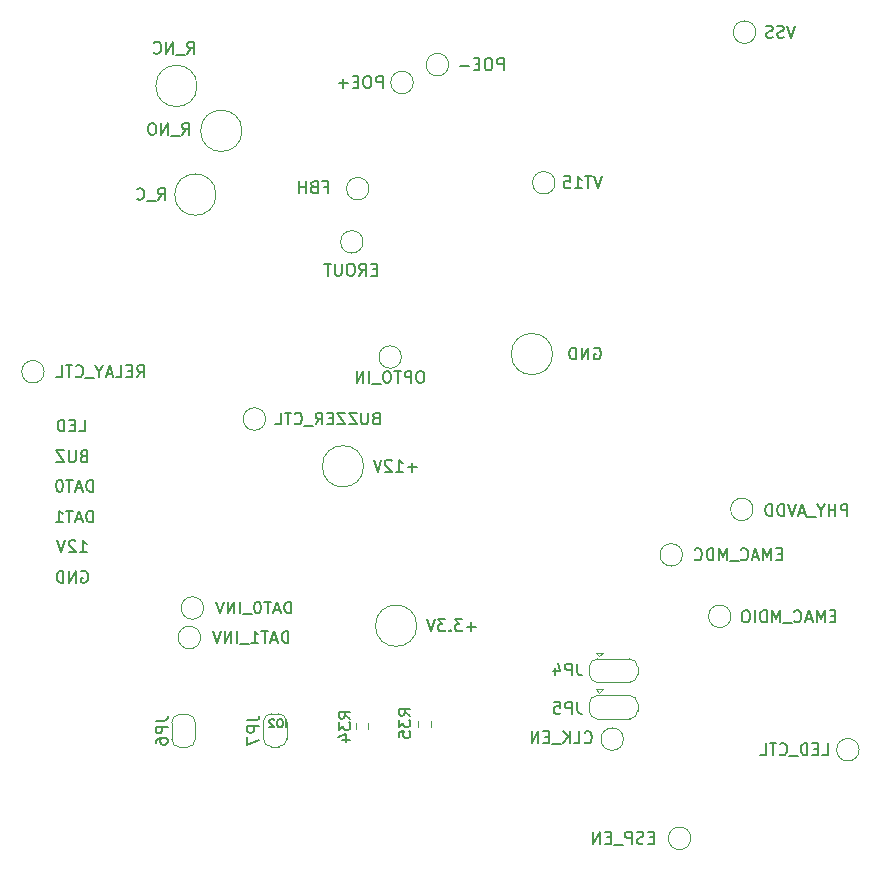
<source format=gbr>
%TF.GenerationSoftware,KiCad,Pcbnew,9.0.2*%
%TF.CreationDate,2025-06-24T15:52:54+02:00*%
%TF.ProjectId,Zamkonator,5a616d6b-6f6e-4617-946f-722e6b696361,rev?*%
%TF.SameCoordinates,Original*%
%TF.FileFunction,Legend,Bot*%
%TF.FilePolarity,Positive*%
%FSLAX46Y46*%
G04 Gerber Fmt 4.6, Leading zero omitted, Abs format (unit mm)*
G04 Created by KiCad (PCBNEW 9.0.2) date 2025-06-24 15:52:54*
%MOMM*%
%LPD*%
G01*
G04 APERTURE LIST*
%ADD10C,0.150000*%
%ADD11C,0.120000*%
G04 APERTURE END LIST*
D10*
X7219047Y-46254819D02*
X7790475Y-46254819D01*
X7504761Y-46254819D02*
X7504761Y-45254819D01*
X7504761Y-45254819D02*
X7599999Y-45397676D01*
X7599999Y-45397676D02*
X7695237Y-45492914D01*
X7695237Y-45492914D02*
X7790475Y-45540533D01*
X6838094Y-45350057D02*
X6790475Y-45302438D01*
X6790475Y-45302438D02*
X6695237Y-45254819D01*
X6695237Y-45254819D02*
X6457142Y-45254819D01*
X6457142Y-45254819D02*
X6361904Y-45302438D01*
X6361904Y-45302438D02*
X6314285Y-45350057D01*
X6314285Y-45350057D02*
X6266666Y-45445295D01*
X6266666Y-45445295D02*
X6266666Y-45540533D01*
X6266666Y-45540533D02*
X6314285Y-45683390D01*
X6314285Y-45683390D02*
X6885713Y-46254819D01*
X6885713Y-46254819D02*
X6266666Y-46254819D01*
X5980951Y-45254819D02*
X5647618Y-46254819D01*
X5647618Y-46254819D02*
X5314285Y-45254819D01*
X24699999Y-61116033D02*
X24699999Y-60416033D01*
X24233333Y-60416033D02*
X24099999Y-60416033D01*
X24099999Y-60416033D02*
X24033333Y-60449366D01*
X24033333Y-60449366D02*
X23966666Y-60516033D01*
X23966666Y-60516033D02*
X23933333Y-60649366D01*
X23933333Y-60649366D02*
X23933333Y-60882700D01*
X23933333Y-60882700D02*
X23966666Y-61016033D01*
X23966666Y-61016033D02*
X24033333Y-61082700D01*
X24033333Y-61082700D02*
X24099999Y-61116033D01*
X24099999Y-61116033D02*
X24233333Y-61116033D01*
X24233333Y-61116033D02*
X24299999Y-61082700D01*
X24299999Y-61082700D02*
X24366666Y-61016033D01*
X24366666Y-61016033D02*
X24399999Y-60882700D01*
X24399999Y-60882700D02*
X24399999Y-60649366D01*
X24399999Y-60649366D02*
X24366666Y-60516033D01*
X24366666Y-60516033D02*
X24299999Y-60449366D01*
X24299999Y-60449366D02*
X24233333Y-60416033D01*
X23666666Y-60482700D02*
X23633333Y-60449366D01*
X23633333Y-60449366D02*
X23566666Y-60416033D01*
X23566666Y-60416033D02*
X23400000Y-60416033D01*
X23400000Y-60416033D02*
X23333333Y-60449366D01*
X23333333Y-60449366D02*
X23300000Y-60482700D01*
X23300000Y-60482700D02*
X23266666Y-60549366D01*
X23266666Y-60549366D02*
X23266666Y-60616033D01*
X23266666Y-60616033D02*
X23300000Y-60716033D01*
X23300000Y-60716033D02*
X23700000Y-61116033D01*
X23700000Y-61116033D02*
X23266666Y-61116033D01*
X7142857Y-36054819D02*
X7619047Y-36054819D01*
X7619047Y-36054819D02*
X7619047Y-35054819D01*
X6809523Y-35531009D02*
X6476190Y-35531009D01*
X6333333Y-36054819D02*
X6809523Y-36054819D01*
X6809523Y-36054819D02*
X6809523Y-35054819D01*
X6809523Y-35054819D02*
X6333333Y-35054819D01*
X5904761Y-36054819D02*
X5904761Y-35054819D01*
X5904761Y-35054819D02*
X5666666Y-35054819D01*
X5666666Y-35054819D02*
X5523809Y-35102438D01*
X5523809Y-35102438D02*
X5428571Y-35197676D01*
X5428571Y-35197676D02*
X5380952Y-35292914D01*
X5380952Y-35292914D02*
X5333333Y-35483390D01*
X5333333Y-35483390D02*
X5333333Y-35626247D01*
X5333333Y-35626247D02*
X5380952Y-35816723D01*
X5380952Y-35816723D02*
X5428571Y-35911961D01*
X5428571Y-35911961D02*
X5523809Y-36007200D01*
X5523809Y-36007200D02*
X5666666Y-36054819D01*
X5666666Y-36054819D02*
X5904761Y-36054819D01*
X8347618Y-43754819D02*
X8347618Y-42754819D01*
X8347618Y-42754819D02*
X8109523Y-42754819D01*
X8109523Y-42754819D02*
X7966666Y-42802438D01*
X7966666Y-42802438D02*
X7871428Y-42897676D01*
X7871428Y-42897676D02*
X7823809Y-42992914D01*
X7823809Y-42992914D02*
X7776190Y-43183390D01*
X7776190Y-43183390D02*
X7776190Y-43326247D01*
X7776190Y-43326247D02*
X7823809Y-43516723D01*
X7823809Y-43516723D02*
X7871428Y-43611961D01*
X7871428Y-43611961D02*
X7966666Y-43707200D01*
X7966666Y-43707200D02*
X8109523Y-43754819D01*
X8109523Y-43754819D02*
X8347618Y-43754819D01*
X7395237Y-43469104D02*
X6919047Y-43469104D01*
X7490475Y-43754819D02*
X7157142Y-42754819D01*
X7157142Y-42754819D02*
X6823809Y-43754819D01*
X6633332Y-42754819D02*
X6061904Y-42754819D01*
X6347618Y-43754819D02*
X6347618Y-42754819D01*
X5204761Y-43754819D02*
X5776189Y-43754819D01*
X5490475Y-43754819D02*
X5490475Y-42754819D01*
X5490475Y-42754819D02*
X5585713Y-42897676D01*
X5585713Y-42897676D02*
X5680951Y-42992914D01*
X5680951Y-42992914D02*
X5776189Y-43040533D01*
X7361904Y-47902438D02*
X7457142Y-47854819D01*
X7457142Y-47854819D02*
X7599999Y-47854819D01*
X7599999Y-47854819D02*
X7742856Y-47902438D01*
X7742856Y-47902438D02*
X7838094Y-47997676D01*
X7838094Y-47997676D02*
X7885713Y-48092914D01*
X7885713Y-48092914D02*
X7933332Y-48283390D01*
X7933332Y-48283390D02*
X7933332Y-48426247D01*
X7933332Y-48426247D02*
X7885713Y-48616723D01*
X7885713Y-48616723D02*
X7838094Y-48711961D01*
X7838094Y-48711961D02*
X7742856Y-48807200D01*
X7742856Y-48807200D02*
X7599999Y-48854819D01*
X7599999Y-48854819D02*
X7504761Y-48854819D01*
X7504761Y-48854819D02*
X7361904Y-48807200D01*
X7361904Y-48807200D02*
X7314285Y-48759580D01*
X7314285Y-48759580D02*
X7314285Y-48426247D01*
X7314285Y-48426247D02*
X7504761Y-48426247D01*
X6885713Y-48854819D02*
X6885713Y-47854819D01*
X6885713Y-47854819D02*
X6314285Y-48854819D01*
X6314285Y-48854819D02*
X6314285Y-47854819D01*
X5838094Y-48854819D02*
X5838094Y-47854819D01*
X5838094Y-47854819D02*
X5599999Y-47854819D01*
X5599999Y-47854819D02*
X5457142Y-47902438D01*
X5457142Y-47902438D02*
X5361904Y-47997676D01*
X5361904Y-47997676D02*
X5314285Y-48092914D01*
X5314285Y-48092914D02*
X5266666Y-48283390D01*
X5266666Y-48283390D02*
X5266666Y-48426247D01*
X5266666Y-48426247D02*
X5314285Y-48616723D01*
X5314285Y-48616723D02*
X5361904Y-48711961D01*
X5361904Y-48711961D02*
X5457142Y-48807200D01*
X5457142Y-48807200D02*
X5599999Y-48854819D01*
X5599999Y-48854819D02*
X5838094Y-48854819D01*
X8347618Y-41154819D02*
X8347618Y-40154819D01*
X8347618Y-40154819D02*
X8109523Y-40154819D01*
X8109523Y-40154819D02*
X7966666Y-40202438D01*
X7966666Y-40202438D02*
X7871428Y-40297676D01*
X7871428Y-40297676D02*
X7823809Y-40392914D01*
X7823809Y-40392914D02*
X7776190Y-40583390D01*
X7776190Y-40583390D02*
X7776190Y-40726247D01*
X7776190Y-40726247D02*
X7823809Y-40916723D01*
X7823809Y-40916723D02*
X7871428Y-41011961D01*
X7871428Y-41011961D02*
X7966666Y-41107200D01*
X7966666Y-41107200D02*
X8109523Y-41154819D01*
X8109523Y-41154819D02*
X8347618Y-41154819D01*
X7395237Y-40869104D02*
X6919047Y-40869104D01*
X7490475Y-41154819D02*
X7157142Y-40154819D01*
X7157142Y-40154819D02*
X6823809Y-41154819D01*
X6633332Y-40154819D02*
X6061904Y-40154819D01*
X6347618Y-41154819D02*
X6347618Y-40154819D01*
X5538094Y-40154819D02*
X5442856Y-40154819D01*
X5442856Y-40154819D02*
X5347618Y-40202438D01*
X5347618Y-40202438D02*
X5299999Y-40250057D01*
X5299999Y-40250057D02*
X5252380Y-40345295D01*
X5252380Y-40345295D02*
X5204761Y-40535771D01*
X5204761Y-40535771D02*
X5204761Y-40773866D01*
X5204761Y-40773866D02*
X5252380Y-40964342D01*
X5252380Y-40964342D02*
X5299999Y-41059580D01*
X5299999Y-41059580D02*
X5347618Y-41107200D01*
X5347618Y-41107200D02*
X5442856Y-41154819D01*
X5442856Y-41154819D02*
X5538094Y-41154819D01*
X5538094Y-41154819D02*
X5633332Y-41107200D01*
X5633332Y-41107200D02*
X5680951Y-41059580D01*
X5680951Y-41059580D02*
X5728570Y-40964342D01*
X5728570Y-40964342D02*
X5776189Y-40773866D01*
X5776189Y-40773866D02*
X5776189Y-40535771D01*
X5776189Y-40535771D02*
X5728570Y-40345295D01*
X5728570Y-40345295D02*
X5680951Y-40250057D01*
X5680951Y-40250057D02*
X5633332Y-40202438D01*
X5633332Y-40202438D02*
X5538094Y-40154819D01*
X7528571Y-38131009D02*
X7385714Y-38178628D01*
X7385714Y-38178628D02*
X7338095Y-38226247D01*
X7338095Y-38226247D02*
X7290476Y-38321485D01*
X7290476Y-38321485D02*
X7290476Y-38464342D01*
X7290476Y-38464342D02*
X7338095Y-38559580D01*
X7338095Y-38559580D02*
X7385714Y-38607200D01*
X7385714Y-38607200D02*
X7480952Y-38654819D01*
X7480952Y-38654819D02*
X7861904Y-38654819D01*
X7861904Y-38654819D02*
X7861904Y-37654819D01*
X7861904Y-37654819D02*
X7528571Y-37654819D01*
X7528571Y-37654819D02*
X7433333Y-37702438D01*
X7433333Y-37702438D02*
X7385714Y-37750057D01*
X7385714Y-37750057D02*
X7338095Y-37845295D01*
X7338095Y-37845295D02*
X7338095Y-37940533D01*
X7338095Y-37940533D02*
X7385714Y-38035771D01*
X7385714Y-38035771D02*
X7433333Y-38083390D01*
X7433333Y-38083390D02*
X7528571Y-38131009D01*
X7528571Y-38131009D02*
X7861904Y-38131009D01*
X6861904Y-37654819D02*
X6861904Y-38464342D01*
X6861904Y-38464342D02*
X6814285Y-38559580D01*
X6814285Y-38559580D02*
X6766666Y-38607200D01*
X6766666Y-38607200D02*
X6671428Y-38654819D01*
X6671428Y-38654819D02*
X6480952Y-38654819D01*
X6480952Y-38654819D02*
X6385714Y-38607200D01*
X6385714Y-38607200D02*
X6338095Y-38559580D01*
X6338095Y-38559580D02*
X6290476Y-38464342D01*
X6290476Y-38464342D02*
X6290476Y-37654819D01*
X5909523Y-37654819D02*
X5242857Y-37654819D01*
X5242857Y-37654819D02*
X5909523Y-38654819D01*
X5909523Y-38654819D02*
X5242857Y-38654819D01*
X32342856Y-22331009D02*
X32009523Y-22331009D01*
X31866666Y-22854819D02*
X32342856Y-22854819D01*
X32342856Y-22854819D02*
X32342856Y-21854819D01*
X32342856Y-21854819D02*
X31866666Y-21854819D01*
X30866666Y-22854819D02*
X31199999Y-22378628D01*
X31438094Y-22854819D02*
X31438094Y-21854819D01*
X31438094Y-21854819D02*
X31057142Y-21854819D01*
X31057142Y-21854819D02*
X30961904Y-21902438D01*
X30961904Y-21902438D02*
X30914285Y-21950057D01*
X30914285Y-21950057D02*
X30866666Y-22045295D01*
X30866666Y-22045295D02*
X30866666Y-22188152D01*
X30866666Y-22188152D02*
X30914285Y-22283390D01*
X30914285Y-22283390D02*
X30961904Y-22331009D01*
X30961904Y-22331009D02*
X31057142Y-22378628D01*
X31057142Y-22378628D02*
X31438094Y-22378628D01*
X30247618Y-21854819D02*
X30057142Y-21854819D01*
X30057142Y-21854819D02*
X29961904Y-21902438D01*
X29961904Y-21902438D02*
X29866666Y-21997676D01*
X29866666Y-21997676D02*
X29819047Y-22188152D01*
X29819047Y-22188152D02*
X29819047Y-22521485D01*
X29819047Y-22521485D02*
X29866666Y-22711961D01*
X29866666Y-22711961D02*
X29961904Y-22807200D01*
X29961904Y-22807200D02*
X30057142Y-22854819D01*
X30057142Y-22854819D02*
X30247618Y-22854819D01*
X30247618Y-22854819D02*
X30342856Y-22807200D01*
X30342856Y-22807200D02*
X30438094Y-22711961D01*
X30438094Y-22711961D02*
X30485713Y-22521485D01*
X30485713Y-22521485D02*
X30485713Y-22188152D01*
X30485713Y-22188152D02*
X30438094Y-21997676D01*
X30438094Y-21997676D02*
X30342856Y-21902438D01*
X30342856Y-21902438D02*
X30247618Y-21854819D01*
X29390475Y-21854819D02*
X29390475Y-22664342D01*
X29390475Y-22664342D02*
X29342856Y-22759580D01*
X29342856Y-22759580D02*
X29295237Y-22807200D01*
X29295237Y-22807200D02*
X29199999Y-22854819D01*
X29199999Y-22854819D02*
X29009523Y-22854819D01*
X29009523Y-22854819D02*
X28914285Y-22807200D01*
X28914285Y-22807200D02*
X28866666Y-22759580D01*
X28866666Y-22759580D02*
X28819047Y-22664342D01*
X28819047Y-22664342D02*
X28819047Y-21854819D01*
X28485713Y-21854819D02*
X27914285Y-21854819D01*
X28199999Y-22854819D02*
X28199999Y-21854819D01*
X30124819Y-60357142D02*
X29648628Y-60023809D01*
X30124819Y-59785714D02*
X29124819Y-59785714D01*
X29124819Y-59785714D02*
X29124819Y-60166666D01*
X29124819Y-60166666D02*
X29172438Y-60261904D01*
X29172438Y-60261904D02*
X29220057Y-60309523D01*
X29220057Y-60309523D02*
X29315295Y-60357142D01*
X29315295Y-60357142D02*
X29458152Y-60357142D01*
X29458152Y-60357142D02*
X29553390Y-60309523D01*
X29553390Y-60309523D02*
X29601009Y-60261904D01*
X29601009Y-60261904D02*
X29648628Y-60166666D01*
X29648628Y-60166666D02*
X29648628Y-59785714D01*
X29124819Y-60690476D02*
X29124819Y-61309523D01*
X29124819Y-61309523D02*
X29505771Y-60976190D01*
X29505771Y-60976190D02*
X29505771Y-61119047D01*
X29505771Y-61119047D02*
X29553390Y-61214285D01*
X29553390Y-61214285D02*
X29601009Y-61261904D01*
X29601009Y-61261904D02*
X29696247Y-61309523D01*
X29696247Y-61309523D02*
X29934342Y-61309523D01*
X29934342Y-61309523D02*
X30029580Y-61261904D01*
X30029580Y-61261904D02*
X30077200Y-61214285D01*
X30077200Y-61214285D02*
X30124819Y-61119047D01*
X30124819Y-61119047D02*
X30124819Y-60833333D01*
X30124819Y-60833333D02*
X30077200Y-60738095D01*
X30077200Y-60738095D02*
X30029580Y-60690476D01*
X29458152Y-62166666D02*
X30124819Y-62166666D01*
X29077200Y-61928571D02*
X29791485Y-61690476D01*
X29791485Y-61690476D02*
X29791485Y-62309523D01*
X72202380Y-43204819D02*
X72202380Y-42204819D01*
X72202380Y-42204819D02*
X71821428Y-42204819D01*
X71821428Y-42204819D02*
X71726190Y-42252438D01*
X71726190Y-42252438D02*
X71678571Y-42300057D01*
X71678571Y-42300057D02*
X71630952Y-42395295D01*
X71630952Y-42395295D02*
X71630952Y-42538152D01*
X71630952Y-42538152D02*
X71678571Y-42633390D01*
X71678571Y-42633390D02*
X71726190Y-42681009D01*
X71726190Y-42681009D02*
X71821428Y-42728628D01*
X71821428Y-42728628D02*
X72202380Y-42728628D01*
X71202380Y-43204819D02*
X71202380Y-42204819D01*
X71202380Y-42681009D02*
X70630952Y-42681009D01*
X70630952Y-43204819D02*
X70630952Y-42204819D01*
X69964285Y-42728628D02*
X69964285Y-43204819D01*
X70297618Y-42204819D02*
X69964285Y-42728628D01*
X69964285Y-42728628D02*
X69630952Y-42204819D01*
X69535714Y-43300057D02*
X68773809Y-43300057D01*
X68583332Y-42919104D02*
X68107142Y-42919104D01*
X68678570Y-43204819D02*
X68345237Y-42204819D01*
X68345237Y-42204819D02*
X68011904Y-43204819D01*
X67821427Y-42204819D02*
X67488094Y-43204819D01*
X67488094Y-43204819D02*
X67154761Y-42204819D01*
X66821427Y-43204819D02*
X66821427Y-42204819D01*
X66821427Y-42204819D02*
X66583332Y-42204819D01*
X66583332Y-42204819D02*
X66440475Y-42252438D01*
X66440475Y-42252438D02*
X66345237Y-42347676D01*
X66345237Y-42347676D02*
X66297618Y-42442914D01*
X66297618Y-42442914D02*
X66249999Y-42633390D01*
X66249999Y-42633390D02*
X66249999Y-42776247D01*
X66249999Y-42776247D02*
X66297618Y-42966723D01*
X66297618Y-42966723D02*
X66345237Y-43061961D01*
X66345237Y-43061961D02*
X66440475Y-43157200D01*
X66440475Y-43157200D02*
X66583332Y-43204819D01*
X66583332Y-43204819D02*
X66821427Y-43204819D01*
X65821427Y-43204819D02*
X65821427Y-42204819D01*
X65821427Y-42204819D02*
X65583332Y-42204819D01*
X65583332Y-42204819D02*
X65440475Y-42252438D01*
X65440475Y-42252438D02*
X65345237Y-42347676D01*
X65345237Y-42347676D02*
X65297618Y-42442914D01*
X65297618Y-42442914D02*
X65249999Y-42633390D01*
X65249999Y-42633390D02*
X65249999Y-42776247D01*
X65249999Y-42776247D02*
X65297618Y-42966723D01*
X65297618Y-42966723D02*
X65345237Y-43061961D01*
X65345237Y-43061961D02*
X65440475Y-43157200D01*
X65440475Y-43157200D02*
X65583332Y-43204819D01*
X65583332Y-43204819D02*
X65821427Y-43204819D01*
X43107142Y-5454819D02*
X43107142Y-4454819D01*
X43107142Y-4454819D02*
X42726190Y-4454819D01*
X42726190Y-4454819D02*
X42630952Y-4502438D01*
X42630952Y-4502438D02*
X42583333Y-4550057D01*
X42583333Y-4550057D02*
X42535714Y-4645295D01*
X42535714Y-4645295D02*
X42535714Y-4788152D01*
X42535714Y-4788152D02*
X42583333Y-4883390D01*
X42583333Y-4883390D02*
X42630952Y-4931009D01*
X42630952Y-4931009D02*
X42726190Y-4978628D01*
X42726190Y-4978628D02*
X43107142Y-4978628D01*
X41916666Y-4454819D02*
X41726190Y-4454819D01*
X41726190Y-4454819D02*
X41630952Y-4502438D01*
X41630952Y-4502438D02*
X41535714Y-4597676D01*
X41535714Y-4597676D02*
X41488095Y-4788152D01*
X41488095Y-4788152D02*
X41488095Y-5121485D01*
X41488095Y-5121485D02*
X41535714Y-5311961D01*
X41535714Y-5311961D02*
X41630952Y-5407200D01*
X41630952Y-5407200D02*
X41726190Y-5454819D01*
X41726190Y-5454819D02*
X41916666Y-5454819D01*
X41916666Y-5454819D02*
X42011904Y-5407200D01*
X42011904Y-5407200D02*
X42107142Y-5311961D01*
X42107142Y-5311961D02*
X42154761Y-5121485D01*
X42154761Y-5121485D02*
X42154761Y-4788152D01*
X42154761Y-4788152D02*
X42107142Y-4597676D01*
X42107142Y-4597676D02*
X42011904Y-4502438D01*
X42011904Y-4502438D02*
X41916666Y-4454819D01*
X41059523Y-4931009D02*
X40726190Y-4931009D01*
X40583333Y-5454819D02*
X41059523Y-5454819D01*
X41059523Y-5454819D02*
X41059523Y-4454819D01*
X41059523Y-4454819D02*
X40583333Y-4454819D01*
X40154761Y-5073866D02*
X39392857Y-5073866D01*
X32273809Y-34931009D02*
X32130952Y-34978628D01*
X32130952Y-34978628D02*
X32083333Y-35026247D01*
X32083333Y-35026247D02*
X32035714Y-35121485D01*
X32035714Y-35121485D02*
X32035714Y-35264342D01*
X32035714Y-35264342D02*
X32083333Y-35359580D01*
X32083333Y-35359580D02*
X32130952Y-35407200D01*
X32130952Y-35407200D02*
X32226190Y-35454819D01*
X32226190Y-35454819D02*
X32607142Y-35454819D01*
X32607142Y-35454819D02*
X32607142Y-34454819D01*
X32607142Y-34454819D02*
X32273809Y-34454819D01*
X32273809Y-34454819D02*
X32178571Y-34502438D01*
X32178571Y-34502438D02*
X32130952Y-34550057D01*
X32130952Y-34550057D02*
X32083333Y-34645295D01*
X32083333Y-34645295D02*
X32083333Y-34740533D01*
X32083333Y-34740533D02*
X32130952Y-34835771D01*
X32130952Y-34835771D02*
X32178571Y-34883390D01*
X32178571Y-34883390D02*
X32273809Y-34931009D01*
X32273809Y-34931009D02*
X32607142Y-34931009D01*
X31607142Y-34454819D02*
X31607142Y-35264342D01*
X31607142Y-35264342D02*
X31559523Y-35359580D01*
X31559523Y-35359580D02*
X31511904Y-35407200D01*
X31511904Y-35407200D02*
X31416666Y-35454819D01*
X31416666Y-35454819D02*
X31226190Y-35454819D01*
X31226190Y-35454819D02*
X31130952Y-35407200D01*
X31130952Y-35407200D02*
X31083333Y-35359580D01*
X31083333Y-35359580D02*
X31035714Y-35264342D01*
X31035714Y-35264342D02*
X31035714Y-34454819D01*
X30654761Y-34454819D02*
X29988095Y-34454819D01*
X29988095Y-34454819D02*
X30654761Y-35454819D01*
X30654761Y-35454819D02*
X29988095Y-35454819D01*
X29702380Y-34454819D02*
X29035714Y-34454819D01*
X29035714Y-34454819D02*
X29702380Y-35454819D01*
X29702380Y-35454819D02*
X29035714Y-35454819D01*
X28654761Y-34931009D02*
X28321428Y-34931009D01*
X28178571Y-35454819D02*
X28654761Y-35454819D01*
X28654761Y-35454819D02*
X28654761Y-34454819D01*
X28654761Y-34454819D02*
X28178571Y-34454819D01*
X27178571Y-35454819D02*
X27511904Y-34978628D01*
X27749999Y-35454819D02*
X27749999Y-34454819D01*
X27749999Y-34454819D02*
X27369047Y-34454819D01*
X27369047Y-34454819D02*
X27273809Y-34502438D01*
X27273809Y-34502438D02*
X27226190Y-34550057D01*
X27226190Y-34550057D02*
X27178571Y-34645295D01*
X27178571Y-34645295D02*
X27178571Y-34788152D01*
X27178571Y-34788152D02*
X27226190Y-34883390D01*
X27226190Y-34883390D02*
X27273809Y-34931009D01*
X27273809Y-34931009D02*
X27369047Y-34978628D01*
X27369047Y-34978628D02*
X27749999Y-34978628D01*
X26988095Y-35550057D02*
X26226190Y-35550057D01*
X25416666Y-35359580D02*
X25464285Y-35407200D01*
X25464285Y-35407200D02*
X25607142Y-35454819D01*
X25607142Y-35454819D02*
X25702380Y-35454819D01*
X25702380Y-35454819D02*
X25845237Y-35407200D01*
X25845237Y-35407200D02*
X25940475Y-35311961D01*
X25940475Y-35311961D02*
X25988094Y-35216723D01*
X25988094Y-35216723D02*
X26035713Y-35026247D01*
X26035713Y-35026247D02*
X26035713Y-34883390D01*
X26035713Y-34883390D02*
X25988094Y-34692914D01*
X25988094Y-34692914D02*
X25940475Y-34597676D01*
X25940475Y-34597676D02*
X25845237Y-34502438D01*
X25845237Y-34502438D02*
X25702380Y-34454819D01*
X25702380Y-34454819D02*
X25607142Y-34454819D01*
X25607142Y-34454819D02*
X25464285Y-34502438D01*
X25464285Y-34502438D02*
X25416666Y-34550057D01*
X25130951Y-34454819D02*
X24559523Y-34454819D01*
X24845237Y-35454819D02*
X24845237Y-34454819D01*
X23749999Y-35454819D02*
X24226189Y-35454819D01*
X24226189Y-35454819D02*
X24226189Y-34454819D01*
X16295238Y-4054819D02*
X16628571Y-3578628D01*
X16866666Y-4054819D02*
X16866666Y-3054819D01*
X16866666Y-3054819D02*
X16485714Y-3054819D01*
X16485714Y-3054819D02*
X16390476Y-3102438D01*
X16390476Y-3102438D02*
X16342857Y-3150057D01*
X16342857Y-3150057D02*
X16295238Y-3245295D01*
X16295238Y-3245295D02*
X16295238Y-3388152D01*
X16295238Y-3388152D02*
X16342857Y-3483390D01*
X16342857Y-3483390D02*
X16390476Y-3531009D01*
X16390476Y-3531009D02*
X16485714Y-3578628D01*
X16485714Y-3578628D02*
X16866666Y-3578628D01*
X16104762Y-4150057D02*
X15342857Y-4150057D01*
X15104761Y-4054819D02*
X15104761Y-3054819D01*
X15104761Y-3054819D02*
X14533333Y-4054819D01*
X14533333Y-4054819D02*
X14533333Y-3054819D01*
X13485714Y-3959580D02*
X13533333Y-4007200D01*
X13533333Y-4007200D02*
X13676190Y-4054819D01*
X13676190Y-4054819D02*
X13771428Y-4054819D01*
X13771428Y-4054819D02*
X13914285Y-4007200D01*
X13914285Y-4007200D02*
X14009523Y-3911961D01*
X14009523Y-3911961D02*
X14057142Y-3816723D01*
X14057142Y-3816723D02*
X14104761Y-3626247D01*
X14104761Y-3626247D02*
X14104761Y-3483390D01*
X14104761Y-3483390D02*
X14057142Y-3292914D01*
X14057142Y-3292914D02*
X14009523Y-3197676D01*
X14009523Y-3197676D02*
X13914285Y-3102438D01*
X13914285Y-3102438D02*
X13771428Y-3054819D01*
X13771428Y-3054819D02*
X13676190Y-3054819D01*
X13676190Y-3054819D02*
X13533333Y-3102438D01*
X13533333Y-3102438D02*
X13485714Y-3150057D01*
X32857142Y-6954819D02*
X32857142Y-5954819D01*
X32857142Y-5954819D02*
X32476190Y-5954819D01*
X32476190Y-5954819D02*
X32380952Y-6002438D01*
X32380952Y-6002438D02*
X32333333Y-6050057D01*
X32333333Y-6050057D02*
X32285714Y-6145295D01*
X32285714Y-6145295D02*
X32285714Y-6288152D01*
X32285714Y-6288152D02*
X32333333Y-6383390D01*
X32333333Y-6383390D02*
X32380952Y-6431009D01*
X32380952Y-6431009D02*
X32476190Y-6478628D01*
X32476190Y-6478628D02*
X32857142Y-6478628D01*
X31666666Y-5954819D02*
X31476190Y-5954819D01*
X31476190Y-5954819D02*
X31380952Y-6002438D01*
X31380952Y-6002438D02*
X31285714Y-6097676D01*
X31285714Y-6097676D02*
X31238095Y-6288152D01*
X31238095Y-6288152D02*
X31238095Y-6621485D01*
X31238095Y-6621485D02*
X31285714Y-6811961D01*
X31285714Y-6811961D02*
X31380952Y-6907200D01*
X31380952Y-6907200D02*
X31476190Y-6954819D01*
X31476190Y-6954819D02*
X31666666Y-6954819D01*
X31666666Y-6954819D02*
X31761904Y-6907200D01*
X31761904Y-6907200D02*
X31857142Y-6811961D01*
X31857142Y-6811961D02*
X31904761Y-6621485D01*
X31904761Y-6621485D02*
X31904761Y-6288152D01*
X31904761Y-6288152D02*
X31857142Y-6097676D01*
X31857142Y-6097676D02*
X31761904Y-6002438D01*
X31761904Y-6002438D02*
X31666666Y-5954819D01*
X30809523Y-6431009D02*
X30476190Y-6431009D01*
X30333333Y-6954819D02*
X30809523Y-6954819D01*
X30809523Y-6954819D02*
X30809523Y-5954819D01*
X30809523Y-5954819D02*
X30333333Y-5954819D01*
X29904761Y-6573866D02*
X29142857Y-6573866D01*
X29523809Y-6954819D02*
X29523809Y-6192914D01*
X15869047Y-10954819D02*
X16202380Y-10478628D01*
X16440475Y-10954819D02*
X16440475Y-9954819D01*
X16440475Y-9954819D02*
X16059523Y-9954819D01*
X16059523Y-9954819D02*
X15964285Y-10002438D01*
X15964285Y-10002438D02*
X15916666Y-10050057D01*
X15916666Y-10050057D02*
X15869047Y-10145295D01*
X15869047Y-10145295D02*
X15869047Y-10288152D01*
X15869047Y-10288152D02*
X15916666Y-10383390D01*
X15916666Y-10383390D02*
X15964285Y-10431009D01*
X15964285Y-10431009D02*
X16059523Y-10478628D01*
X16059523Y-10478628D02*
X16440475Y-10478628D01*
X15678571Y-11050057D02*
X14916666Y-11050057D01*
X14678570Y-10954819D02*
X14678570Y-9954819D01*
X14678570Y-9954819D02*
X14107142Y-10954819D01*
X14107142Y-10954819D02*
X14107142Y-9954819D01*
X13440475Y-9954819D02*
X13249999Y-9954819D01*
X13249999Y-9954819D02*
X13154761Y-10002438D01*
X13154761Y-10002438D02*
X13059523Y-10097676D01*
X13059523Y-10097676D02*
X13011904Y-10288152D01*
X13011904Y-10288152D02*
X13011904Y-10621485D01*
X13011904Y-10621485D02*
X13059523Y-10811961D01*
X13059523Y-10811961D02*
X13154761Y-10907200D01*
X13154761Y-10907200D02*
X13249999Y-10954819D01*
X13249999Y-10954819D02*
X13440475Y-10954819D01*
X13440475Y-10954819D02*
X13535713Y-10907200D01*
X13535713Y-10907200D02*
X13630951Y-10811961D01*
X13630951Y-10811961D02*
X13678570Y-10621485D01*
X13678570Y-10621485D02*
X13678570Y-10288152D01*
X13678570Y-10288152D02*
X13630951Y-10097676D01*
X13630951Y-10097676D02*
X13535713Y-10002438D01*
X13535713Y-10002438D02*
X13440475Y-9954819D01*
X70059524Y-63454819D02*
X70535714Y-63454819D01*
X70535714Y-63454819D02*
X70535714Y-62454819D01*
X69726190Y-62931009D02*
X69392857Y-62931009D01*
X69250000Y-63454819D02*
X69726190Y-63454819D01*
X69726190Y-63454819D02*
X69726190Y-62454819D01*
X69726190Y-62454819D02*
X69250000Y-62454819D01*
X68821428Y-63454819D02*
X68821428Y-62454819D01*
X68821428Y-62454819D02*
X68583333Y-62454819D01*
X68583333Y-62454819D02*
X68440476Y-62502438D01*
X68440476Y-62502438D02*
X68345238Y-62597676D01*
X68345238Y-62597676D02*
X68297619Y-62692914D01*
X68297619Y-62692914D02*
X68250000Y-62883390D01*
X68250000Y-62883390D02*
X68250000Y-63026247D01*
X68250000Y-63026247D02*
X68297619Y-63216723D01*
X68297619Y-63216723D02*
X68345238Y-63311961D01*
X68345238Y-63311961D02*
X68440476Y-63407200D01*
X68440476Y-63407200D02*
X68583333Y-63454819D01*
X68583333Y-63454819D02*
X68821428Y-63454819D01*
X68059524Y-63550057D02*
X67297619Y-63550057D01*
X66488095Y-63359580D02*
X66535714Y-63407200D01*
X66535714Y-63407200D02*
X66678571Y-63454819D01*
X66678571Y-63454819D02*
X66773809Y-63454819D01*
X66773809Y-63454819D02*
X66916666Y-63407200D01*
X66916666Y-63407200D02*
X67011904Y-63311961D01*
X67011904Y-63311961D02*
X67059523Y-63216723D01*
X67059523Y-63216723D02*
X67107142Y-63026247D01*
X67107142Y-63026247D02*
X67107142Y-62883390D01*
X67107142Y-62883390D02*
X67059523Y-62692914D01*
X67059523Y-62692914D02*
X67011904Y-62597676D01*
X67011904Y-62597676D02*
X66916666Y-62502438D01*
X66916666Y-62502438D02*
X66773809Y-62454819D01*
X66773809Y-62454819D02*
X66678571Y-62454819D01*
X66678571Y-62454819D02*
X66535714Y-62502438D01*
X66535714Y-62502438D02*
X66488095Y-62550057D01*
X66202380Y-62454819D02*
X65630952Y-62454819D01*
X65916666Y-63454819D02*
X65916666Y-62454819D01*
X64821428Y-63454819D02*
X65297618Y-63454819D01*
X65297618Y-63454819D02*
X65297618Y-62454819D01*
X66666666Y-46431009D02*
X66333333Y-46431009D01*
X66190476Y-46954819D02*
X66666666Y-46954819D01*
X66666666Y-46954819D02*
X66666666Y-45954819D01*
X66666666Y-45954819D02*
X66190476Y-45954819D01*
X65761904Y-46954819D02*
X65761904Y-45954819D01*
X65761904Y-45954819D02*
X65428571Y-46669104D01*
X65428571Y-46669104D02*
X65095238Y-45954819D01*
X65095238Y-45954819D02*
X65095238Y-46954819D01*
X64666666Y-46669104D02*
X64190476Y-46669104D01*
X64761904Y-46954819D02*
X64428571Y-45954819D01*
X64428571Y-45954819D02*
X64095238Y-46954819D01*
X63190476Y-46859580D02*
X63238095Y-46907200D01*
X63238095Y-46907200D02*
X63380952Y-46954819D01*
X63380952Y-46954819D02*
X63476190Y-46954819D01*
X63476190Y-46954819D02*
X63619047Y-46907200D01*
X63619047Y-46907200D02*
X63714285Y-46811961D01*
X63714285Y-46811961D02*
X63761904Y-46716723D01*
X63761904Y-46716723D02*
X63809523Y-46526247D01*
X63809523Y-46526247D02*
X63809523Y-46383390D01*
X63809523Y-46383390D02*
X63761904Y-46192914D01*
X63761904Y-46192914D02*
X63714285Y-46097676D01*
X63714285Y-46097676D02*
X63619047Y-46002438D01*
X63619047Y-46002438D02*
X63476190Y-45954819D01*
X63476190Y-45954819D02*
X63380952Y-45954819D01*
X63380952Y-45954819D02*
X63238095Y-46002438D01*
X63238095Y-46002438D02*
X63190476Y-46050057D01*
X63000000Y-47050057D02*
X62238095Y-47050057D01*
X61999999Y-46954819D02*
X61999999Y-45954819D01*
X61999999Y-45954819D02*
X61666666Y-46669104D01*
X61666666Y-46669104D02*
X61333333Y-45954819D01*
X61333333Y-45954819D02*
X61333333Y-46954819D01*
X60857142Y-46954819D02*
X60857142Y-45954819D01*
X60857142Y-45954819D02*
X60619047Y-45954819D01*
X60619047Y-45954819D02*
X60476190Y-46002438D01*
X60476190Y-46002438D02*
X60380952Y-46097676D01*
X60380952Y-46097676D02*
X60333333Y-46192914D01*
X60333333Y-46192914D02*
X60285714Y-46383390D01*
X60285714Y-46383390D02*
X60285714Y-46526247D01*
X60285714Y-46526247D02*
X60333333Y-46716723D01*
X60333333Y-46716723D02*
X60380952Y-46811961D01*
X60380952Y-46811961D02*
X60476190Y-46907200D01*
X60476190Y-46907200D02*
X60619047Y-46954819D01*
X60619047Y-46954819D02*
X60857142Y-46954819D01*
X59285714Y-46859580D02*
X59333333Y-46907200D01*
X59333333Y-46907200D02*
X59476190Y-46954819D01*
X59476190Y-46954819D02*
X59571428Y-46954819D01*
X59571428Y-46954819D02*
X59714285Y-46907200D01*
X59714285Y-46907200D02*
X59809523Y-46811961D01*
X59809523Y-46811961D02*
X59857142Y-46716723D01*
X59857142Y-46716723D02*
X59904761Y-46526247D01*
X59904761Y-46526247D02*
X59904761Y-46383390D01*
X59904761Y-46383390D02*
X59857142Y-46192914D01*
X59857142Y-46192914D02*
X59809523Y-46097676D01*
X59809523Y-46097676D02*
X59714285Y-46002438D01*
X59714285Y-46002438D02*
X59571428Y-45954819D01*
X59571428Y-45954819D02*
X59476190Y-45954819D01*
X59476190Y-45954819D02*
X59333333Y-46002438D01*
X59333333Y-46002438D02*
X59285714Y-46050057D01*
X27880952Y-15331009D02*
X28214285Y-15331009D01*
X28214285Y-15854819D02*
X28214285Y-14854819D01*
X28214285Y-14854819D02*
X27738095Y-14854819D01*
X27023809Y-15331009D02*
X26880952Y-15378628D01*
X26880952Y-15378628D02*
X26833333Y-15426247D01*
X26833333Y-15426247D02*
X26785714Y-15521485D01*
X26785714Y-15521485D02*
X26785714Y-15664342D01*
X26785714Y-15664342D02*
X26833333Y-15759580D01*
X26833333Y-15759580D02*
X26880952Y-15807200D01*
X26880952Y-15807200D02*
X26976190Y-15854819D01*
X26976190Y-15854819D02*
X27357142Y-15854819D01*
X27357142Y-15854819D02*
X27357142Y-14854819D01*
X27357142Y-14854819D02*
X27023809Y-14854819D01*
X27023809Y-14854819D02*
X26928571Y-14902438D01*
X26928571Y-14902438D02*
X26880952Y-14950057D01*
X26880952Y-14950057D02*
X26833333Y-15045295D01*
X26833333Y-15045295D02*
X26833333Y-15140533D01*
X26833333Y-15140533D02*
X26880952Y-15235771D01*
X26880952Y-15235771D02*
X26928571Y-15283390D01*
X26928571Y-15283390D02*
X27023809Y-15331009D01*
X27023809Y-15331009D02*
X27357142Y-15331009D01*
X26357142Y-15854819D02*
X26357142Y-14854819D01*
X26357142Y-15331009D02*
X25785714Y-15331009D01*
X25785714Y-15854819D02*
X25785714Y-14854819D01*
X55797618Y-70431009D02*
X55464285Y-70431009D01*
X55321428Y-70954819D02*
X55797618Y-70954819D01*
X55797618Y-70954819D02*
X55797618Y-69954819D01*
X55797618Y-69954819D02*
X55321428Y-69954819D01*
X54940475Y-70907200D02*
X54797618Y-70954819D01*
X54797618Y-70954819D02*
X54559523Y-70954819D01*
X54559523Y-70954819D02*
X54464285Y-70907200D01*
X54464285Y-70907200D02*
X54416666Y-70859580D01*
X54416666Y-70859580D02*
X54369047Y-70764342D01*
X54369047Y-70764342D02*
X54369047Y-70669104D01*
X54369047Y-70669104D02*
X54416666Y-70573866D01*
X54416666Y-70573866D02*
X54464285Y-70526247D01*
X54464285Y-70526247D02*
X54559523Y-70478628D01*
X54559523Y-70478628D02*
X54749999Y-70431009D01*
X54749999Y-70431009D02*
X54845237Y-70383390D01*
X54845237Y-70383390D02*
X54892856Y-70335771D01*
X54892856Y-70335771D02*
X54940475Y-70240533D01*
X54940475Y-70240533D02*
X54940475Y-70145295D01*
X54940475Y-70145295D02*
X54892856Y-70050057D01*
X54892856Y-70050057D02*
X54845237Y-70002438D01*
X54845237Y-70002438D02*
X54749999Y-69954819D01*
X54749999Y-69954819D02*
X54511904Y-69954819D01*
X54511904Y-69954819D02*
X54369047Y-70002438D01*
X53940475Y-70954819D02*
X53940475Y-69954819D01*
X53940475Y-69954819D02*
X53559523Y-69954819D01*
X53559523Y-69954819D02*
X53464285Y-70002438D01*
X53464285Y-70002438D02*
X53416666Y-70050057D01*
X53416666Y-70050057D02*
X53369047Y-70145295D01*
X53369047Y-70145295D02*
X53369047Y-70288152D01*
X53369047Y-70288152D02*
X53416666Y-70383390D01*
X53416666Y-70383390D02*
X53464285Y-70431009D01*
X53464285Y-70431009D02*
X53559523Y-70478628D01*
X53559523Y-70478628D02*
X53940475Y-70478628D01*
X53178571Y-71050057D02*
X52416666Y-71050057D01*
X52178570Y-70431009D02*
X51845237Y-70431009D01*
X51702380Y-70954819D02*
X52178570Y-70954819D01*
X52178570Y-70954819D02*
X52178570Y-69954819D01*
X52178570Y-69954819D02*
X51702380Y-69954819D01*
X51273808Y-70954819D02*
X51273808Y-69954819D01*
X51273808Y-69954819D02*
X50702380Y-70954819D01*
X50702380Y-70954819D02*
X50702380Y-69954819D01*
X49952381Y-62359580D02*
X50000000Y-62407200D01*
X50000000Y-62407200D02*
X50142857Y-62454819D01*
X50142857Y-62454819D02*
X50238095Y-62454819D01*
X50238095Y-62454819D02*
X50380952Y-62407200D01*
X50380952Y-62407200D02*
X50476190Y-62311961D01*
X50476190Y-62311961D02*
X50523809Y-62216723D01*
X50523809Y-62216723D02*
X50571428Y-62026247D01*
X50571428Y-62026247D02*
X50571428Y-61883390D01*
X50571428Y-61883390D02*
X50523809Y-61692914D01*
X50523809Y-61692914D02*
X50476190Y-61597676D01*
X50476190Y-61597676D02*
X50380952Y-61502438D01*
X50380952Y-61502438D02*
X50238095Y-61454819D01*
X50238095Y-61454819D02*
X50142857Y-61454819D01*
X50142857Y-61454819D02*
X50000000Y-61502438D01*
X50000000Y-61502438D02*
X49952381Y-61550057D01*
X49047619Y-62454819D02*
X49523809Y-62454819D01*
X49523809Y-62454819D02*
X49523809Y-61454819D01*
X48714285Y-62454819D02*
X48714285Y-61454819D01*
X48142857Y-62454819D02*
X48571428Y-61883390D01*
X48142857Y-61454819D02*
X48714285Y-62026247D01*
X47952381Y-62550057D02*
X47190476Y-62550057D01*
X46952380Y-61931009D02*
X46619047Y-61931009D01*
X46476190Y-62454819D02*
X46952380Y-62454819D01*
X46952380Y-62454819D02*
X46952380Y-61454819D01*
X46952380Y-61454819D02*
X46476190Y-61454819D01*
X46047618Y-62454819D02*
X46047618Y-61454819D01*
X46047618Y-61454819D02*
X45476190Y-62454819D01*
X45476190Y-62454819D02*
X45476190Y-61454819D01*
X12071429Y-31454819D02*
X12404762Y-30978628D01*
X12642857Y-31454819D02*
X12642857Y-30454819D01*
X12642857Y-30454819D02*
X12261905Y-30454819D01*
X12261905Y-30454819D02*
X12166667Y-30502438D01*
X12166667Y-30502438D02*
X12119048Y-30550057D01*
X12119048Y-30550057D02*
X12071429Y-30645295D01*
X12071429Y-30645295D02*
X12071429Y-30788152D01*
X12071429Y-30788152D02*
X12119048Y-30883390D01*
X12119048Y-30883390D02*
X12166667Y-30931009D01*
X12166667Y-30931009D02*
X12261905Y-30978628D01*
X12261905Y-30978628D02*
X12642857Y-30978628D01*
X11642857Y-30931009D02*
X11309524Y-30931009D01*
X11166667Y-31454819D02*
X11642857Y-31454819D01*
X11642857Y-31454819D02*
X11642857Y-30454819D01*
X11642857Y-30454819D02*
X11166667Y-30454819D01*
X10261905Y-31454819D02*
X10738095Y-31454819D01*
X10738095Y-31454819D02*
X10738095Y-30454819D01*
X9976190Y-31169104D02*
X9500000Y-31169104D01*
X10071428Y-31454819D02*
X9738095Y-30454819D01*
X9738095Y-30454819D02*
X9404762Y-31454819D01*
X8880952Y-30978628D02*
X8880952Y-31454819D01*
X9214285Y-30454819D02*
X8880952Y-30978628D01*
X8880952Y-30978628D02*
X8547619Y-30454819D01*
X8452381Y-31550057D02*
X7690476Y-31550057D01*
X6880952Y-31359580D02*
X6928571Y-31407200D01*
X6928571Y-31407200D02*
X7071428Y-31454819D01*
X7071428Y-31454819D02*
X7166666Y-31454819D01*
X7166666Y-31454819D02*
X7309523Y-31407200D01*
X7309523Y-31407200D02*
X7404761Y-31311961D01*
X7404761Y-31311961D02*
X7452380Y-31216723D01*
X7452380Y-31216723D02*
X7499999Y-31026247D01*
X7499999Y-31026247D02*
X7499999Y-30883390D01*
X7499999Y-30883390D02*
X7452380Y-30692914D01*
X7452380Y-30692914D02*
X7404761Y-30597676D01*
X7404761Y-30597676D02*
X7309523Y-30502438D01*
X7309523Y-30502438D02*
X7166666Y-30454819D01*
X7166666Y-30454819D02*
X7071428Y-30454819D01*
X7071428Y-30454819D02*
X6928571Y-30502438D01*
X6928571Y-30502438D02*
X6880952Y-30550057D01*
X6595237Y-30454819D02*
X6023809Y-30454819D01*
X6309523Y-31454819D02*
X6309523Y-30454819D01*
X5214285Y-31454819D02*
X5690475Y-31454819D01*
X5690475Y-31454819D02*
X5690475Y-30454819D01*
X49333333Y-58954819D02*
X49333333Y-59669104D01*
X49333333Y-59669104D02*
X49380952Y-59811961D01*
X49380952Y-59811961D02*
X49476190Y-59907200D01*
X49476190Y-59907200D02*
X49619047Y-59954819D01*
X49619047Y-59954819D02*
X49714285Y-59954819D01*
X48857142Y-59954819D02*
X48857142Y-58954819D01*
X48857142Y-58954819D02*
X48476190Y-58954819D01*
X48476190Y-58954819D02*
X48380952Y-59002438D01*
X48380952Y-59002438D02*
X48333333Y-59050057D01*
X48333333Y-59050057D02*
X48285714Y-59145295D01*
X48285714Y-59145295D02*
X48285714Y-59288152D01*
X48285714Y-59288152D02*
X48333333Y-59383390D01*
X48333333Y-59383390D02*
X48380952Y-59431009D01*
X48380952Y-59431009D02*
X48476190Y-59478628D01*
X48476190Y-59478628D02*
X48857142Y-59478628D01*
X47380952Y-58954819D02*
X47857142Y-58954819D01*
X47857142Y-58954819D02*
X47904761Y-59431009D01*
X47904761Y-59431009D02*
X47857142Y-59383390D01*
X47857142Y-59383390D02*
X47761904Y-59335771D01*
X47761904Y-59335771D02*
X47523809Y-59335771D01*
X47523809Y-59335771D02*
X47428571Y-59383390D01*
X47428571Y-59383390D02*
X47380952Y-59431009D01*
X47380952Y-59431009D02*
X47333333Y-59526247D01*
X47333333Y-59526247D02*
X47333333Y-59764342D01*
X47333333Y-59764342D02*
X47380952Y-59859580D01*
X47380952Y-59859580D02*
X47428571Y-59907200D01*
X47428571Y-59907200D02*
X47523809Y-59954819D01*
X47523809Y-59954819D02*
X47761904Y-59954819D01*
X47761904Y-59954819D02*
X47857142Y-59907200D01*
X47857142Y-59907200D02*
X47904761Y-59859580D01*
X49333333Y-55704819D02*
X49333333Y-56419104D01*
X49333333Y-56419104D02*
X49380952Y-56561961D01*
X49380952Y-56561961D02*
X49476190Y-56657200D01*
X49476190Y-56657200D02*
X49619047Y-56704819D01*
X49619047Y-56704819D02*
X49714285Y-56704819D01*
X48857142Y-56704819D02*
X48857142Y-55704819D01*
X48857142Y-55704819D02*
X48476190Y-55704819D01*
X48476190Y-55704819D02*
X48380952Y-55752438D01*
X48380952Y-55752438D02*
X48333333Y-55800057D01*
X48333333Y-55800057D02*
X48285714Y-55895295D01*
X48285714Y-55895295D02*
X48285714Y-56038152D01*
X48285714Y-56038152D02*
X48333333Y-56133390D01*
X48333333Y-56133390D02*
X48380952Y-56181009D01*
X48380952Y-56181009D02*
X48476190Y-56228628D01*
X48476190Y-56228628D02*
X48857142Y-56228628D01*
X47428571Y-56038152D02*
X47428571Y-56704819D01*
X47666666Y-55657200D02*
X47904761Y-56371485D01*
X47904761Y-56371485D02*
X47285714Y-56371485D01*
X35761904Y-39073866D02*
X35000000Y-39073866D01*
X35380952Y-39454819D02*
X35380952Y-38692914D01*
X34000000Y-39454819D02*
X34571428Y-39454819D01*
X34285714Y-39454819D02*
X34285714Y-38454819D01*
X34285714Y-38454819D02*
X34380952Y-38597676D01*
X34380952Y-38597676D02*
X34476190Y-38692914D01*
X34476190Y-38692914D02*
X34571428Y-38740533D01*
X33619047Y-38550057D02*
X33571428Y-38502438D01*
X33571428Y-38502438D02*
X33476190Y-38454819D01*
X33476190Y-38454819D02*
X33238095Y-38454819D01*
X33238095Y-38454819D02*
X33142857Y-38502438D01*
X33142857Y-38502438D02*
X33095238Y-38550057D01*
X33095238Y-38550057D02*
X33047619Y-38645295D01*
X33047619Y-38645295D02*
X33047619Y-38740533D01*
X33047619Y-38740533D02*
X33095238Y-38883390D01*
X33095238Y-38883390D02*
X33666666Y-39454819D01*
X33666666Y-39454819D02*
X33047619Y-39454819D01*
X32761904Y-38454819D02*
X32428571Y-39454819D01*
X32428571Y-39454819D02*
X32095238Y-38454819D01*
X13821428Y-16454819D02*
X14154761Y-15978628D01*
X14392856Y-16454819D02*
X14392856Y-15454819D01*
X14392856Y-15454819D02*
X14011904Y-15454819D01*
X14011904Y-15454819D02*
X13916666Y-15502438D01*
X13916666Y-15502438D02*
X13869047Y-15550057D01*
X13869047Y-15550057D02*
X13821428Y-15645295D01*
X13821428Y-15645295D02*
X13821428Y-15788152D01*
X13821428Y-15788152D02*
X13869047Y-15883390D01*
X13869047Y-15883390D02*
X13916666Y-15931009D01*
X13916666Y-15931009D02*
X14011904Y-15978628D01*
X14011904Y-15978628D02*
X14392856Y-15978628D01*
X13630952Y-16550057D02*
X12869047Y-16550057D01*
X12059523Y-16359580D02*
X12107142Y-16407200D01*
X12107142Y-16407200D02*
X12249999Y-16454819D01*
X12249999Y-16454819D02*
X12345237Y-16454819D01*
X12345237Y-16454819D02*
X12488094Y-16407200D01*
X12488094Y-16407200D02*
X12583332Y-16311961D01*
X12583332Y-16311961D02*
X12630951Y-16216723D01*
X12630951Y-16216723D02*
X12678570Y-16026247D01*
X12678570Y-16026247D02*
X12678570Y-15883390D01*
X12678570Y-15883390D02*
X12630951Y-15692914D01*
X12630951Y-15692914D02*
X12583332Y-15597676D01*
X12583332Y-15597676D02*
X12488094Y-15502438D01*
X12488094Y-15502438D02*
X12345237Y-15454819D01*
X12345237Y-15454819D02*
X12249999Y-15454819D01*
X12249999Y-15454819D02*
X12107142Y-15502438D01*
X12107142Y-15502438D02*
X12059523Y-15550057D01*
X24869047Y-53954819D02*
X24869047Y-52954819D01*
X24869047Y-52954819D02*
X24630952Y-52954819D01*
X24630952Y-52954819D02*
X24488095Y-53002438D01*
X24488095Y-53002438D02*
X24392857Y-53097676D01*
X24392857Y-53097676D02*
X24345238Y-53192914D01*
X24345238Y-53192914D02*
X24297619Y-53383390D01*
X24297619Y-53383390D02*
X24297619Y-53526247D01*
X24297619Y-53526247D02*
X24345238Y-53716723D01*
X24345238Y-53716723D02*
X24392857Y-53811961D01*
X24392857Y-53811961D02*
X24488095Y-53907200D01*
X24488095Y-53907200D02*
X24630952Y-53954819D01*
X24630952Y-53954819D02*
X24869047Y-53954819D01*
X23916666Y-53669104D02*
X23440476Y-53669104D01*
X24011904Y-53954819D02*
X23678571Y-52954819D01*
X23678571Y-52954819D02*
X23345238Y-53954819D01*
X23154761Y-52954819D02*
X22583333Y-52954819D01*
X22869047Y-53954819D02*
X22869047Y-52954819D01*
X21726190Y-53954819D02*
X22297618Y-53954819D01*
X22011904Y-53954819D02*
X22011904Y-52954819D01*
X22011904Y-52954819D02*
X22107142Y-53097676D01*
X22107142Y-53097676D02*
X22202380Y-53192914D01*
X22202380Y-53192914D02*
X22297618Y-53240533D01*
X21535714Y-54050057D02*
X20773809Y-54050057D01*
X20535713Y-53954819D02*
X20535713Y-52954819D01*
X20059523Y-53954819D02*
X20059523Y-52954819D01*
X20059523Y-52954819D02*
X19488095Y-53954819D01*
X19488095Y-53954819D02*
X19488095Y-52954819D01*
X19154761Y-52954819D02*
X18821428Y-53954819D01*
X18821428Y-53954819D02*
X18488095Y-52954819D01*
X71178570Y-51681009D02*
X70845237Y-51681009D01*
X70702380Y-52204819D02*
X71178570Y-52204819D01*
X71178570Y-52204819D02*
X71178570Y-51204819D01*
X71178570Y-51204819D02*
X70702380Y-51204819D01*
X70273808Y-52204819D02*
X70273808Y-51204819D01*
X70273808Y-51204819D02*
X69940475Y-51919104D01*
X69940475Y-51919104D02*
X69607142Y-51204819D01*
X69607142Y-51204819D02*
X69607142Y-52204819D01*
X69178570Y-51919104D02*
X68702380Y-51919104D01*
X69273808Y-52204819D02*
X68940475Y-51204819D01*
X68940475Y-51204819D02*
X68607142Y-52204819D01*
X67702380Y-52109580D02*
X67749999Y-52157200D01*
X67749999Y-52157200D02*
X67892856Y-52204819D01*
X67892856Y-52204819D02*
X67988094Y-52204819D01*
X67988094Y-52204819D02*
X68130951Y-52157200D01*
X68130951Y-52157200D02*
X68226189Y-52061961D01*
X68226189Y-52061961D02*
X68273808Y-51966723D01*
X68273808Y-51966723D02*
X68321427Y-51776247D01*
X68321427Y-51776247D02*
X68321427Y-51633390D01*
X68321427Y-51633390D02*
X68273808Y-51442914D01*
X68273808Y-51442914D02*
X68226189Y-51347676D01*
X68226189Y-51347676D02*
X68130951Y-51252438D01*
X68130951Y-51252438D02*
X67988094Y-51204819D01*
X67988094Y-51204819D02*
X67892856Y-51204819D01*
X67892856Y-51204819D02*
X67749999Y-51252438D01*
X67749999Y-51252438D02*
X67702380Y-51300057D01*
X67511904Y-52300057D02*
X66749999Y-52300057D01*
X66511903Y-52204819D02*
X66511903Y-51204819D01*
X66511903Y-51204819D02*
X66178570Y-51919104D01*
X66178570Y-51919104D02*
X65845237Y-51204819D01*
X65845237Y-51204819D02*
X65845237Y-52204819D01*
X65369046Y-52204819D02*
X65369046Y-51204819D01*
X65369046Y-51204819D02*
X65130951Y-51204819D01*
X65130951Y-51204819D02*
X64988094Y-51252438D01*
X64988094Y-51252438D02*
X64892856Y-51347676D01*
X64892856Y-51347676D02*
X64845237Y-51442914D01*
X64845237Y-51442914D02*
X64797618Y-51633390D01*
X64797618Y-51633390D02*
X64797618Y-51776247D01*
X64797618Y-51776247D02*
X64845237Y-51966723D01*
X64845237Y-51966723D02*
X64892856Y-52061961D01*
X64892856Y-52061961D02*
X64988094Y-52157200D01*
X64988094Y-52157200D02*
X65130951Y-52204819D01*
X65130951Y-52204819D02*
X65369046Y-52204819D01*
X64369046Y-52204819D02*
X64369046Y-51204819D01*
X63702380Y-51204819D02*
X63511904Y-51204819D01*
X63511904Y-51204819D02*
X63416666Y-51252438D01*
X63416666Y-51252438D02*
X63321428Y-51347676D01*
X63321428Y-51347676D02*
X63273809Y-51538152D01*
X63273809Y-51538152D02*
X63273809Y-51871485D01*
X63273809Y-51871485D02*
X63321428Y-52061961D01*
X63321428Y-52061961D02*
X63416666Y-52157200D01*
X63416666Y-52157200D02*
X63511904Y-52204819D01*
X63511904Y-52204819D02*
X63702380Y-52204819D01*
X63702380Y-52204819D02*
X63797618Y-52157200D01*
X63797618Y-52157200D02*
X63892856Y-52061961D01*
X63892856Y-52061961D02*
X63940475Y-51871485D01*
X63940475Y-51871485D02*
X63940475Y-51538152D01*
X63940475Y-51538152D02*
X63892856Y-51347676D01*
X63892856Y-51347676D02*
X63797618Y-51252438D01*
X63797618Y-51252438D02*
X63702380Y-51204819D01*
X67785713Y-1704819D02*
X67452380Y-2704819D01*
X67452380Y-2704819D02*
X67119047Y-1704819D01*
X66833332Y-2657200D02*
X66690475Y-2704819D01*
X66690475Y-2704819D02*
X66452380Y-2704819D01*
X66452380Y-2704819D02*
X66357142Y-2657200D01*
X66357142Y-2657200D02*
X66309523Y-2609580D01*
X66309523Y-2609580D02*
X66261904Y-2514342D01*
X66261904Y-2514342D02*
X66261904Y-2419104D01*
X66261904Y-2419104D02*
X66309523Y-2323866D01*
X66309523Y-2323866D02*
X66357142Y-2276247D01*
X66357142Y-2276247D02*
X66452380Y-2228628D01*
X66452380Y-2228628D02*
X66642856Y-2181009D01*
X66642856Y-2181009D02*
X66738094Y-2133390D01*
X66738094Y-2133390D02*
X66785713Y-2085771D01*
X66785713Y-2085771D02*
X66833332Y-1990533D01*
X66833332Y-1990533D02*
X66833332Y-1895295D01*
X66833332Y-1895295D02*
X66785713Y-1800057D01*
X66785713Y-1800057D02*
X66738094Y-1752438D01*
X66738094Y-1752438D02*
X66642856Y-1704819D01*
X66642856Y-1704819D02*
X66404761Y-1704819D01*
X66404761Y-1704819D02*
X66261904Y-1752438D01*
X65880951Y-2657200D02*
X65738094Y-2704819D01*
X65738094Y-2704819D02*
X65499999Y-2704819D01*
X65499999Y-2704819D02*
X65404761Y-2657200D01*
X65404761Y-2657200D02*
X65357142Y-2609580D01*
X65357142Y-2609580D02*
X65309523Y-2514342D01*
X65309523Y-2514342D02*
X65309523Y-2419104D01*
X65309523Y-2419104D02*
X65357142Y-2323866D01*
X65357142Y-2323866D02*
X65404761Y-2276247D01*
X65404761Y-2276247D02*
X65499999Y-2228628D01*
X65499999Y-2228628D02*
X65690475Y-2181009D01*
X65690475Y-2181009D02*
X65785713Y-2133390D01*
X65785713Y-2133390D02*
X65833332Y-2085771D01*
X65833332Y-2085771D02*
X65880951Y-1990533D01*
X65880951Y-1990533D02*
X65880951Y-1895295D01*
X65880951Y-1895295D02*
X65833332Y-1800057D01*
X65833332Y-1800057D02*
X65785713Y-1752438D01*
X65785713Y-1752438D02*
X65690475Y-1704819D01*
X65690475Y-1704819D02*
X65452380Y-1704819D01*
X65452380Y-1704819D02*
X65309523Y-1752438D01*
X50761904Y-29002438D02*
X50857142Y-28954819D01*
X50857142Y-28954819D02*
X50999999Y-28954819D01*
X50999999Y-28954819D02*
X51142856Y-29002438D01*
X51142856Y-29002438D02*
X51238094Y-29097676D01*
X51238094Y-29097676D02*
X51285713Y-29192914D01*
X51285713Y-29192914D02*
X51333332Y-29383390D01*
X51333332Y-29383390D02*
X51333332Y-29526247D01*
X51333332Y-29526247D02*
X51285713Y-29716723D01*
X51285713Y-29716723D02*
X51238094Y-29811961D01*
X51238094Y-29811961D02*
X51142856Y-29907200D01*
X51142856Y-29907200D02*
X50999999Y-29954819D01*
X50999999Y-29954819D02*
X50904761Y-29954819D01*
X50904761Y-29954819D02*
X50761904Y-29907200D01*
X50761904Y-29907200D02*
X50714285Y-29859580D01*
X50714285Y-29859580D02*
X50714285Y-29526247D01*
X50714285Y-29526247D02*
X50904761Y-29526247D01*
X50285713Y-29954819D02*
X50285713Y-28954819D01*
X50285713Y-28954819D02*
X49714285Y-29954819D01*
X49714285Y-29954819D02*
X49714285Y-28954819D01*
X49238094Y-29954819D02*
X49238094Y-28954819D01*
X49238094Y-28954819D02*
X48999999Y-28954819D01*
X48999999Y-28954819D02*
X48857142Y-29002438D01*
X48857142Y-29002438D02*
X48761904Y-29097676D01*
X48761904Y-29097676D02*
X48714285Y-29192914D01*
X48714285Y-29192914D02*
X48666666Y-29383390D01*
X48666666Y-29383390D02*
X48666666Y-29526247D01*
X48666666Y-29526247D02*
X48714285Y-29716723D01*
X48714285Y-29716723D02*
X48761904Y-29811961D01*
X48761904Y-29811961D02*
X48857142Y-29907200D01*
X48857142Y-29907200D02*
X48999999Y-29954819D01*
X48999999Y-29954819D02*
X49238094Y-29954819D01*
X36142856Y-30954819D02*
X35952380Y-30954819D01*
X35952380Y-30954819D02*
X35857142Y-31002438D01*
X35857142Y-31002438D02*
X35761904Y-31097676D01*
X35761904Y-31097676D02*
X35714285Y-31288152D01*
X35714285Y-31288152D02*
X35714285Y-31621485D01*
X35714285Y-31621485D02*
X35761904Y-31811961D01*
X35761904Y-31811961D02*
X35857142Y-31907200D01*
X35857142Y-31907200D02*
X35952380Y-31954819D01*
X35952380Y-31954819D02*
X36142856Y-31954819D01*
X36142856Y-31954819D02*
X36238094Y-31907200D01*
X36238094Y-31907200D02*
X36333332Y-31811961D01*
X36333332Y-31811961D02*
X36380951Y-31621485D01*
X36380951Y-31621485D02*
X36380951Y-31288152D01*
X36380951Y-31288152D02*
X36333332Y-31097676D01*
X36333332Y-31097676D02*
X36238094Y-31002438D01*
X36238094Y-31002438D02*
X36142856Y-30954819D01*
X35285713Y-31954819D02*
X35285713Y-30954819D01*
X35285713Y-30954819D02*
X34904761Y-30954819D01*
X34904761Y-30954819D02*
X34809523Y-31002438D01*
X34809523Y-31002438D02*
X34761904Y-31050057D01*
X34761904Y-31050057D02*
X34714285Y-31145295D01*
X34714285Y-31145295D02*
X34714285Y-31288152D01*
X34714285Y-31288152D02*
X34761904Y-31383390D01*
X34761904Y-31383390D02*
X34809523Y-31431009D01*
X34809523Y-31431009D02*
X34904761Y-31478628D01*
X34904761Y-31478628D02*
X35285713Y-31478628D01*
X34428570Y-30954819D02*
X33857142Y-30954819D01*
X34142856Y-31954819D02*
X34142856Y-30954819D01*
X33333332Y-30954819D02*
X33142856Y-30954819D01*
X33142856Y-30954819D02*
X33047618Y-31002438D01*
X33047618Y-31002438D02*
X32952380Y-31097676D01*
X32952380Y-31097676D02*
X32904761Y-31288152D01*
X32904761Y-31288152D02*
X32904761Y-31621485D01*
X32904761Y-31621485D02*
X32952380Y-31811961D01*
X32952380Y-31811961D02*
X33047618Y-31907200D01*
X33047618Y-31907200D02*
X33142856Y-31954819D01*
X33142856Y-31954819D02*
X33333332Y-31954819D01*
X33333332Y-31954819D02*
X33428570Y-31907200D01*
X33428570Y-31907200D02*
X33523808Y-31811961D01*
X33523808Y-31811961D02*
X33571427Y-31621485D01*
X33571427Y-31621485D02*
X33571427Y-31288152D01*
X33571427Y-31288152D02*
X33523808Y-31097676D01*
X33523808Y-31097676D02*
X33428570Y-31002438D01*
X33428570Y-31002438D02*
X33333332Y-30954819D01*
X32714285Y-32050057D02*
X31952380Y-32050057D01*
X31714284Y-31954819D02*
X31714284Y-30954819D01*
X31238094Y-31954819D02*
X31238094Y-30954819D01*
X31238094Y-30954819D02*
X30666666Y-31954819D01*
X30666666Y-31954819D02*
X30666666Y-30954819D01*
X35204819Y-60107142D02*
X34728628Y-59773809D01*
X35204819Y-59535714D02*
X34204819Y-59535714D01*
X34204819Y-59535714D02*
X34204819Y-59916666D01*
X34204819Y-59916666D02*
X34252438Y-60011904D01*
X34252438Y-60011904D02*
X34300057Y-60059523D01*
X34300057Y-60059523D02*
X34395295Y-60107142D01*
X34395295Y-60107142D02*
X34538152Y-60107142D01*
X34538152Y-60107142D02*
X34633390Y-60059523D01*
X34633390Y-60059523D02*
X34681009Y-60011904D01*
X34681009Y-60011904D02*
X34728628Y-59916666D01*
X34728628Y-59916666D02*
X34728628Y-59535714D01*
X34204819Y-60440476D02*
X34204819Y-61059523D01*
X34204819Y-61059523D02*
X34585771Y-60726190D01*
X34585771Y-60726190D02*
X34585771Y-60869047D01*
X34585771Y-60869047D02*
X34633390Y-60964285D01*
X34633390Y-60964285D02*
X34681009Y-61011904D01*
X34681009Y-61011904D02*
X34776247Y-61059523D01*
X34776247Y-61059523D02*
X35014342Y-61059523D01*
X35014342Y-61059523D02*
X35109580Y-61011904D01*
X35109580Y-61011904D02*
X35157200Y-60964285D01*
X35157200Y-60964285D02*
X35204819Y-60869047D01*
X35204819Y-60869047D02*
X35204819Y-60583333D01*
X35204819Y-60583333D02*
X35157200Y-60488095D01*
X35157200Y-60488095D02*
X35109580Y-60440476D01*
X34204819Y-61964285D02*
X34204819Y-61488095D01*
X34204819Y-61488095D02*
X34681009Y-61440476D01*
X34681009Y-61440476D02*
X34633390Y-61488095D01*
X34633390Y-61488095D02*
X34585771Y-61583333D01*
X34585771Y-61583333D02*
X34585771Y-61821428D01*
X34585771Y-61821428D02*
X34633390Y-61916666D01*
X34633390Y-61916666D02*
X34681009Y-61964285D01*
X34681009Y-61964285D02*
X34776247Y-62011904D01*
X34776247Y-62011904D02*
X35014342Y-62011904D01*
X35014342Y-62011904D02*
X35109580Y-61964285D01*
X35109580Y-61964285D02*
X35157200Y-61916666D01*
X35157200Y-61916666D02*
X35204819Y-61821428D01*
X35204819Y-61821428D02*
X35204819Y-61583333D01*
X35204819Y-61583333D02*
X35157200Y-61488095D01*
X35157200Y-61488095D02*
X35109580Y-61440476D01*
X13654819Y-60566666D02*
X14369104Y-60566666D01*
X14369104Y-60566666D02*
X14511961Y-60519047D01*
X14511961Y-60519047D02*
X14607200Y-60423809D01*
X14607200Y-60423809D02*
X14654819Y-60280952D01*
X14654819Y-60280952D02*
X14654819Y-60185714D01*
X14654819Y-61042857D02*
X13654819Y-61042857D01*
X13654819Y-61042857D02*
X13654819Y-61423809D01*
X13654819Y-61423809D02*
X13702438Y-61519047D01*
X13702438Y-61519047D02*
X13750057Y-61566666D01*
X13750057Y-61566666D02*
X13845295Y-61614285D01*
X13845295Y-61614285D02*
X13988152Y-61614285D01*
X13988152Y-61614285D02*
X14083390Y-61566666D01*
X14083390Y-61566666D02*
X14131009Y-61519047D01*
X14131009Y-61519047D02*
X14178628Y-61423809D01*
X14178628Y-61423809D02*
X14178628Y-61042857D01*
X13654819Y-62471428D02*
X13654819Y-62280952D01*
X13654819Y-62280952D02*
X13702438Y-62185714D01*
X13702438Y-62185714D02*
X13750057Y-62138095D01*
X13750057Y-62138095D02*
X13892914Y-62042857D01*
X13892914Y-62042857D02*
X14083390Y-61995238D01*
X14083390Y-61995238D02*
X14464342Y-61995238D01*
X14464342Y-61995238D02*
X14559580Y-62042857D01*
X14559580Y-62042857D02*
X14607200Y-62090476D01*
X14607200Y-62090476D02*
X14654819Y-62185714D01*
X14654819Y-62185714D02*
X14654819Y-62376190D01*
X14654819Y-62376190D02*
X14607200Y-62471428D01*
X14607200Y-62471428D02*
X14559580Y-62519047D01*
X14559580Y-62519047D02*
X14464342Y-62566666D01*
X14464342Y-62566666D02*
X14226247Y-62566666D01*
X14226247Y-62566666D02*
X14131009Y-62519047D01*
X14131009Y-62519047D02*
X14083390Y-62471428D01*
X14083390Y-62471428D02*
X14035771Y-62376190D01*
X14035771Y-62376190D02*
X14035771Y-62185714D01*
X14035771Y-62185714D02*
X14083390Y-62090476D01*
X14083390Y-62090476D02*
X14131009Y-62042857D01*
X14131009Y-62042857D02*
X14226247Y-61995238D01*
X51416666Y-14454819D02*
X51083333Y-15454819D01*
X51083333Y-15454819D02*
X50750000Y-14454819D01*
X50559523Y-14454819D02*
X49988095Y-14454819D01*
X50273809Y-15454819D02*
X50273809Y-14454819D01*
X49130952Y-15454819D02*
X49702380Y-15454819D01*
X49416666Y-15454819D02*
X49416666Y-14454819D01*
X49416666Y-14454819D02*
X49511904Y-14597676D01*
X49511904Y-14597676D02*
X49607142Y-14692914D01*
X49607142Y-14692914D02*
X49702380Y-14740533D01*
X48226190Y-14454819D02*
X48702380Y-14454819D01*
X48702380Y-14454819D02*
X48749999Y-14931009D01*
X48749999Y-14931009D02*
X48702380Y-14883390D01*
X48702380Y-14883390D02*
X48607142Y-14835771D01*
X48607142Y-14835771D02*
X48369047Y-14835771D01*
X48369047Y-14835771D02*
X48273809Y-14883390D01*
X48273809Y-14883390D02*
X48226190Y-14931009D01*
X48226190Y-14931009D02*
X48178571Y-15026247D01*
X48178571Y-15026247D02*
X48178571Y-15264342D01*
X48178571Y-15264342D02*
X48226190Y-15359580D01*
X48226190Y-15359580D02*
X48273809Y-15407200D01*
X48273809Y-15407200D02*
X48369047Y-15454819D01*
X48369047Y-15454819D02*
X48607142Y-15454819D01*
X48607142Y-15454819D02*
X48702380Y-15407200D01*
X48702380Y-15407200D02*
X48749999Y-15359580D01*
X21404819Y-60516666D02*
X22119104Y-60516666D01*
X22119104Y-60516666D02*
X22261961Y-60469047D01*
X22261961Y-60469047D02*
X22357200Y-60373809D01*
X22357200Y-60373809D02*
X22404819Y-60230952D01*
X22404819Y-60230952D02*
X22404819Y-60135714D01*
X22404819Y-60992857D02*
X21404819Y-60992857D01*
X21404819Y-60992857D02*
X21404819Y-61373809D01*
X21404819Y-61373809D02*
X21452438Y-61469047D01*
X21452438Y-61469047D02*
X21500057Y-61516666D01*
X21500057Y-61516666D02*
X21595295Y-61564285D01*
X21595295Y-61564285D02*
X21738152Y-61564285D01*
X21738152Y-61564285D02*
X21833390Y-61516666D01*
X21833390Y-61516666D02*
X21881009Y-61469047D01*
X21881009Y-61469047D02*
X21928628Y-61373809D01*
X21928628Y-61373809D02*
X21928628Y-60992857D01*
X21404819Y-61897619D02*
X21404819Y-62564285D01*
X21404819Y-62564285D02*
X22404819Y-62135714D01*
X25119047Y-51454819D02*
X25119047Y-50454819D01*
X25119047Y-50454819D02*
X24880952Y-50454819D01*
X24880952Y-50454819D02*
X24738095Y-50502438D01*
X24738095Y-50502438D02*
X24642857Y-50597676D01*
X24642857Y-50597676D02*
X24595238Y-50692914D01*
X24595238Y-50692914D02*
X24547619Y-50883390D01*
X24547619Y-50883390D02*
X24547619Y-51026247D01*
X24547619Y-51026247D02*
X24595238Y-51216723D01*
X24595238Y-51216723D02*
X24642857Y-51311961D01*
X24642857Y-51311961D02*
X24738095Y-51407200D01*
X24738095Y-51407200D02*
X24880952Y-51454819D01*
X24880952Y-51454819D02*
X25119047Y-51454819D01*
X24166666Y-51169104D02*
X23690476Y-51169104D01*
X24261904Y-51454819D02*
X23928571Y-50454819D01*
X23928571Y-50454819D02*
X23595238Y-51454819D01*
X23404761Y-50454819D02*
X22833333Y-50454819D01*
X23119047Y-51454819D02*
X23119047Y-50454819D01*
X22309523Y-50454819D02*
X22214285Y-50454819D01*
X22214285Y-50454819D02*
X22119047Y-50502438D01*
X22119047Y-50502438D02*
X22071428Y-50550057D01*
X22071428Y-50550057D02*
X22023809Y-50645295D01*
X22023809Y-50645295D02*
X21976190Y-50835771D01*
X21976190Y-50835771D02*
X21976190Y-51073866D01*
X21976190Y-51073866D02*
X22023809Y-51264342D01*
X22023809Y-51264342D02*
X22071428Y-51359580D01*
X22071428Y-51359580D02*
X22119047Y-51407200D01*
X22119047Y-51407200D02*
X22214285Y-51454819D01*
X22214285Y-51454819D02*
X22309523Y-51454819D01*
X22309523Y-51454819D02*
X22404761Y-51407200D01*
X22404761Y-51407200D02*
X22452380Y-51359580D01*
X22452380Y-51359580D02*
X22499999Y-51264342D01*
X22499999Y-51264342D02*
X22547618Y-51073866D01*
X22547618Y-51073866D02*
X22547618Y-50835771D01*
X22547618Y-50835771D02*
X22499999Y-50645295D01*
X22499999Y-50645295D02*
X22452380Y-50550057D01*
X22452380Y-50550057D02*
X22404761Y-50502438D01*
X22404761Y-50502438D02*
X22309523Y-50454819D01*
X21785714Y-51550057D02*
X21023809Y-51550057D01*
X20785713Y-51454819D02*
X20785713Y-50454819D01*
X20309523Y-51454819D02*
X20309523Y-50454819D01*
X20309523Y-50454819D02*
X19738095Y-51454819D01*
X19738095Y-51454819D02*
X19738095Y-50454819D01*
X19404761Y-50454819D02*
X19071428Y-51454819D01*
X19071428Y-51454819D02*
X18738095Y-50454819D01*
X40749999Y-52573866D02*
X39988095Y-52573866D01*
X40369047Y-52954819D02*
X40369047Y-52192914D01*
X39607142Y-51954819D02*
X38988095Y-51954819D01*
X38988095Y-51954819D02*
X39321428Y-52335771D01*
X39321428Y-52335771D02*
X39178571Y-52335771D01*
X39178571Y-52335771D02*
X39083333Y-52383390D01*
X39083333Y-52383390D02*
X39035714Y-52431009D01*
X39035714Y-52431009D02*
X38988095Y-52526247D01*
X38988095Y-52526247D02*
X38988095Y-52764342D01*
X38988095Y-52764342D02*
X39035714Y-52859580D01*
X39035714Y-52859580D02*
X39083333Y-52907200D01*
X39083333Y-52907200D02*
X39178571Y-52954819D01*
X39178571Y-52954819D02*
X39464285Y-52954819D01*
X39464285Y-52954819D02*
X39559523Y-52907200D01*
X39559523Y-52907200D02*
X39607142Y-52859580D01*
X38559523Y-52859580D02*
X38511904Y-52907200D01*
X38511904Y-52907200D02*
X38559523Y-52954819D01*
X38559523Y-52954819D02*
X38607142Y-52907200D01*
X38607142Y-52907200D02*
X38559523Y-52859580D01*
X38559523Y-52859580D02*
X38559523Y-52954819D01*
X38178571Y-51954819D02*
X37559524Y-51954819D01*
X37559524Y-51954819D02*
X37892857Y-52335771D01*
X37892857Y-52335771D02*
X37750000Y-52335771D01*
X37750000Y-52335771D02*
X37654762Y-52383390D01*
X37654762Y-52383390D02*
X37607143Y-52431009D01*
X37607143Y-52431009D02*
X37559524Y-52526247D01*
X37559524Y-52526247D02*
X37559524Y-52764342D01*
X37559524Y-52764342D02*
X37607143Y-52859580D01*
X37607143Y-52859580D02*
X37654762Y-52907200D01*
X37654762Y-52907200D02*
X37750000Y-52954819D01*
X37750000Y-52954819D02*
X38035714Y-52954819D01*
X38035714Y-52954819D02*
X38130952Y-52907200D01*
X38130952Y-52907200D02*
X38178571Y-52859580D01*
X37273809Y-51954819D02*
X36940476Y-52954819D01*
X36940476Y-52954819D02*
X36607143Y-51954819D01*
D11*
%TO.C,TP20*%
X31200000Y-20000000D02*
G75*
G02*
X29300000Y-20000000I-950000J0D01*
G01*
X29300000Y-20000000D02*
G75*
G02*
X31200000Y-20000000I950000J0D01*
G01*
%TO.C,R34*%
X30577500Y-60745276D02*
X30577500Y-61254724D01*
X31622500Y-60745276D02*
X31622500Y-61254724D01*
%TO.C,TP5*%
X64220000Y-42650000D02*
G75*
G02*
X62320000Y-42650000I-950000J0D01*
G01*
X62320000Y-42650000D02*
G75*
G02*
X64220000Y-42650000I950000J0D01*
G01*
%TO.C,TP18*%
X38450000Y-5000000D02*
G75*
G02*
X36550000Y-5000000I-950000J0D01*
G01*
X36550000Y-5000000D02*
G75*
G02*
X38450000Y-5000000I950000J0D01*
G01*
%TO.C,TP8*%
X22950000Y-35000000D02*
G75*
G02*
X21050000Y-35000000I-950000J0D01*
G01*
X21050000Y-35000000D02*
G75*
G02*
X22950000Y-35000000I950000J0D01*
G01*
%TO.C,TP13*%
X17150000Y-6800000D02*
G75*
G02*
X13650000Y-6800000I-1750000J0D01*
G01*
X13650000Y-6800000D02*
G75*
G02*
X17150000Y-6800000I1750000J0D01*
G01*
%TO.C,TP17*%
X35450000Y-6500000D02*
G75*
G02*
X33550000Y-6500000I-950000J0D01*
G01*
X33550000Y-6500000D02*
G75*
G02*
X35450000Y-6500000I950000J0D01*
G01*
%TO.C,TP12*%
X20950000Y-10600000D02*
G75*
G02*
X17450000Y-10600000I-1750000J0D01*
G01*
X17450000Y-10600000D02*
G75*
G02*
X20950000Y-10600000I1750000J0D01*
G01*
%TO.C,TP11*%
X73200000Y-63000000D02*
G75*
G02*
X71300000Y-63000000I-950000J0D01*
G01*
X71300000Y-63000000D02*
G75*
G02*
X73200000Y-63000000I950000J0D01*
G01*
%TO.C,TP15*%
X58250000Y-46500000D02*
G75*
G02*
X56350000Y-46500000I-950000J0D01*
G01*
X56350000Y-46500000D02*
G75*
G02*
X58250000Y-46500000I950000J0D01*
G01*
%TO.C,TP21*%
X31700000Y-15500000D02*
G75*
G02*
X29800000Y-15500000I-950000J0D01*
G01*
X29800000Y-15500000D02*
G75*
G02*
X31700000Y-15500000I950000J0D01*
G01*
%TO.C,TP3*%
X58950000Y-70500000D02*
G75*
G02*
X57050000Y-70500000I-950000J0D01*
G01*
X57050000Y-70500000D02*
G75*
G02*
X58950000Y-70500000I950000J0D01*
G01*
%TO.C,TP7*%
X53250000Y-62100000D02*
G75*
G02*
X51350000Y-62100000I-950000J0D01*
G01*
X51350000Y-62100000D02*
G75*
G02*
X53250000Y-62100000I950000J0D01*
G01*
%TO.C,TP4*%
X4200000Y-31000000D02*
G75*
G02*
X2300000Y-31000000I-950000J0D01*
G01*
X2300000Y-31000000D02*
G75*
G02*
X4200000Y-31000000I950000J0D01*
G01*
%TO.C,JP5*%
X50350000Y-59700000D02*
X50350000Y-59100000D01*
X50900000Y-57900000D02*
X51200000Y-58200000D01*
X51000000Y-58400000D02*
X53800000Y-58400000D01*
X51500000Y-57900000D02*
X50900000Y-57900000D01*
X51500000Y-57900000D02*
X51200000Y-58200000D01*
X53800000Y-60400000D02*
X51000000Y-60400000D01*
X54450000Y-59100000D02*
X54450000Y-59700000D01*
X50350000Y-59100000D02*
G75*
G02*
X51050000Y-58400000I699999J1D01*
G01*
X51050000Y-60400000D02*
G75*
G02*
X50350000Y-59700000I-1J699999D01*
G01*
X53750000Y-58400000D02*
G75*
G02*
X54450000Y-59100000I0J-700000D01*
G01*
X54450000Y-59700000D02*
G75*
G02*
X53750000Y-60400000I-700000J0D01*
G01*
%TO.C,JP4*%
X50350000Y-56600000D02*
X50350000Y-56000000D01*
X50900000Y-54800000D02*
X51200000Y-55100000D01*
X51000000Y-55300000D02*
X53800000Y-55300000D01*
X51500000Y-54800000D02*
X50900000Y-54800000D01*
X51500000Y-54800000D02*
X51200000Y-55100000D01*
X53800000Y-57300000D02*
X51000000Y-57300000D01*
X54450000Y-56000000D02*
X54450000Y-56600000D01*
X50350000Y-56000000D02*
G75*
G02*
X51050000Y-55300000I699999J1D01*
G01*
X51050000Y-57300000D02*
G75*
G02*
X50350000Y-56600000I-1J699999D01*
G01*
X53750000Y-55300000D02*
G75*
G02*
X54450000Y-56000000I0J-700000D01*
G01*
X54450000Y-56600000D02*
G75*
G02*
X53750000Y-57300000I-700000J0D01*
G01*
%TO.C,TP2*%
X31250000Y-39000000D02*
G75*
G02*
X27750000Y-39000000I-1750000J0D01*
G01*
X27750000Y-39000000D02*
G75*
G02*
X31250000Y-39000000I1750000J0D01*
G01*
%TO.C,TP14*%
X18750000Y-16000000D02*
G75*
G02*
X15250000Y-16000000I-1750000J0D01*
G01*
X15250000Y-16000000D02*
G75*
G02*
X18750000Y-16000000I1750000J0D01*
G01*
%TO.C,TP9*%
X17450000Y-53500000D02*
G75*
G02*
X15550000Y-53500000I-950000J0D01*
G01*
X15550000Y-53500000D02*
G75*
G02*
X17450000Y-53500000I950000J0D01*
G01*
%TO.C,TP16*%
X62350000Y-51700000D02*
G75*
G02*
X60450000Y-51700000I-950000J0D01*
G01*
X60450000Y-51700000D02*
G75*
G02*
X62350000Y-51700000I950000J0D01*
G01*
%TO.C,TP23*%
X64450000Y-2250000D02*
G75*
G02*
X62550000Y-2250000I-950000J0D01*
G01*
X62550000Y-2250000D02*
G75*
G02*
X64450000Y-2250000I950000J0D01*
G01*
%TO.C,TP1*%
X47250000Y-29500000D02*
G75*
G02*
X43750000Y-29500000I-1750000J0D01*
G01*
X43750000Y-29500000D02*
G75*
G02*
X47250000Y-29500000I1750000J0D01*
G01*
%TO.C,TP22*%
X34450000Y-29750000D02*
G75*
G02*
X32550000Y-29750000I-950000J0D01*
G01*
X32550000Y-29750000D02*
G75*
G02*
X34450000Y-29750000I950000J0D01*
G01*
%TO.C,R35*%
X35877500Y-61054724D02*
X35877500Y-60545276D01*
X36922500Y-61054724D02*
X36922500Y-60545276D01*
%TO.C,JP6*%
X15000000Y-62100000D02*
X15000000Y-60700000D01*
X15700000Y-60000000D02*
X16300000Y-60000000D01*
X16300000Y-62800000D02*
X15700000Y-62800000D01*
X17000000Y-60700000D02*
X17000000Y-62100000D01*
X15000000Y-60700000D02*
G75*
G02*
X15700000Y-60000000I699999J1D01*
G01*
X15700000Y-62800000D02*
G75*
G02*
X15000000Y-62100000I0J700000D01*
G01*
X16300000Y-60000000D02*
G75*
G02*
X17000000Y-60700000I1J-699999D01*
G01*
X17000000Y-62100000D02*
G75*
G02*
X16300000Y-62800000I-700000J0D01*
G01*
%TO.C,TP19*%
X47450000Y-15000000D02*
G75*
G02*
X45550000Y-15000000I-950000J0D01*
G01*
X45550000Y-15000000D02*
G75*
G02*
X47450000Y-15000000I950000J0D01*
G01*
%TO.C,JP7*%
X22750000Y-62050000D02*
X22750000Y-60650000D01*
X23450000Y-59950000D02*
X24050000Y-59950000D01*
X24050000Y-62750000D02*
X23450000Y-62750000D01*
X24750000Y-60650000D02*
X24750000Y-62050000D01*
X22750000Y-60650000D02*
G75*
G02*
X23450000Y-59950000I699999J1D01*
G01*
X23450000Y-62750000D02*
G75*
G02*
X22750000Y-62050000I0J700000D01*
G01*
X24050000Y-59950000D02*
G75*
G02*
X24750000Y-60650000I1J-699999D01*
G01*
X24750000Y-62050000D02*
G75*
G02*
X24050000Y-62750000I-700000J0D01*
G01*
%TO.C,TP10*%
X17700000Y-51000000D02*
G75*
G02*
X15800000Y-51000000I-950000J0D01*
G01*
X15800000Y-51000000D02*
G75*
G02*
X17700000Y-51000000I950000J0D01*
G01*
%TO.C,TP6*%
X35750000Y-52500000D02*
G75*
G02*
X32250000Y-52500000I-1750000J0D01*
G01*
X32250000Y-52500000D02*
G75*
G02*
X35750000Y-52500000I1750000J0D01*
G01*
%TD*%
M02*

</source>
